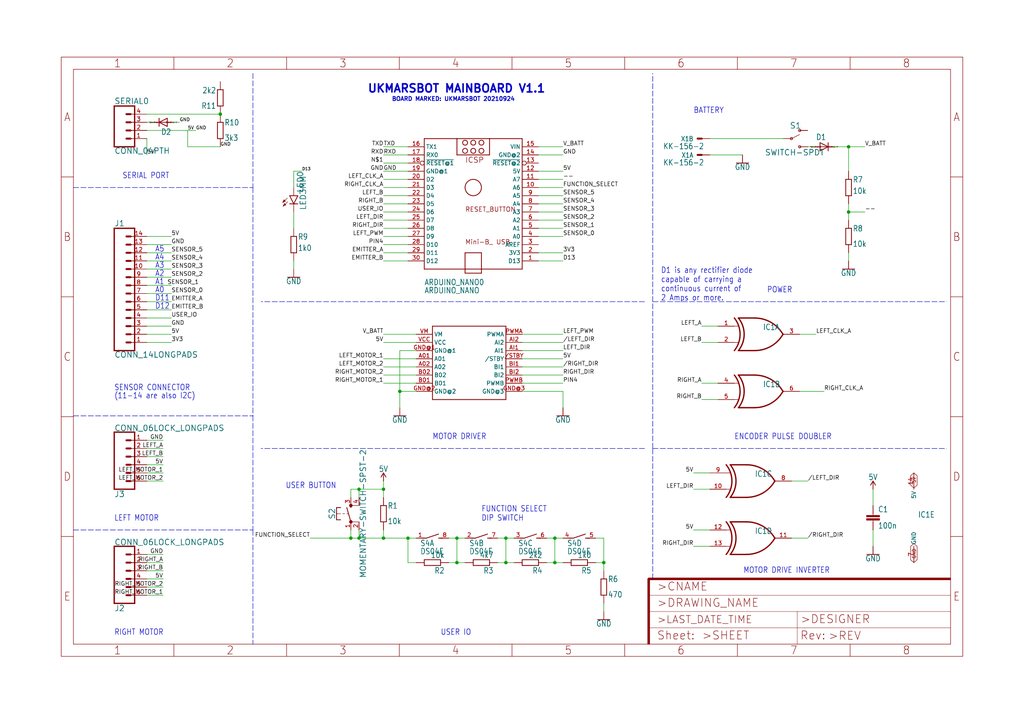
<source format=kicad_sch>
(kicad_sch (version 20211123) (generator eeschema)
  (paper "User" 318.77 225.501)
  (lib_symbols
    (symbol "ukmarsbot-v1.1-eagle-import:1N4004"
      (property "Reference" "D" (at 2.54 0.4826 0))
      (property "Value" "1N4004" (at 2.54 -2.3114 0))
      (symbol "1N4004_1_0"
        (text "SpiceOrder 1" (at -2.54 0 0) (effects (font (size 0.4064 0.3454))))
        (text "SpiceOrder 2" (at 2.54 0 0) (effects (font (size 0.4064 0.3454))))
        (pin passive line (at -2.54 0 0) (length 2.54) (name "A") (number "A"))
        (pin passive line (at 2.54 0 180) (length 2.54) (name "C") (number "C"))
      )
    )
    (symbol "ukmarsbot-v1.1-eagle-import:1N5060GP"
      (property "Reference" "D" (at 2.54 0.4826 0))
      (property "Value" "1N5060GP" (at 2.54 -2.3114 0))
      (symbol "1N5060GP_1_0"
        (text "SpiceOrder 1" (at -2.54 0 0) (effects (font (size 0.4064 0.3454))))
        (text "SpiceOrder 2" (at 2.54 0 0) (effects (font (size 0.4064 0.3454))))
        (pin passive line (at -2.54 0 0) (length 2.54) (name "A") (number "A"))
        (pin passive line (at 2.54 0 180) (length 2.54) (name "C") (number "C"))
      )
    )
    (symbol "ukmarsbot-v1.1-eagle-import:5V" (power)
      (property "Value" "5V" (at 0 2.794 0))
      (symbol "5V_1_0"
        (pin power_in line (at 0 0 90) (length 2.54) (name "5V") (number "1"))
      )
    )
    (symbol "ukmarsbot-v1.1-eagle-import:7486N"
      (property "Reference" "IC" (at 1.27 1.27 0))
      (symbol "7486N_1_0"
        (pin input line (at -12.7 2.54 0) (length 5.08) (name "I0") (number "1"))
        (pin input line (at -12.7 -2.54 0) (length 5.08) (name "I1") (number "2"))
        (pin output line (at 12.7 0 180) (length 5.08) (name "O") (number "3"))
      )
      (symbol "7486N_2_0"
        (pin input line (at -12.7 2.54 0) (length 5.08) (name "I0") (number "4"))
        (pin input line (at -12.7 -2.54 0) (length 5.08) (name "I1") (number "5"))
        (pin output line (at 12.7 0 180) (length 5.08) (name "O") (number "6"))
      )
      (symbol "7486N_3_0"
        (pin input line (at -12.7 -2.54 0) (length 5.08) (name "I1") (number "10"))
        (pin output line (at 12.7 0 180) (length 5.08) (name "O") (number "8"))
        (pin input line (at -12.7 2.54 0) (length 5.08) (name "I0") (number "9"))
      )
      (symbol "7486N_4_0"
        (pin output line (at 12.7 0 180) (length 5.08) (name "O") (number "11"))
        (pin input line (at -12.7 2.54 0) (length 5.08) (name "I0") (number "12"))
        (pin input line (at -12.7 -2.54 0) (length 5.08) (name "I1") (number "13"))
      )
      (symbol "7486N_5_0"
        (pin power_in line (at 0 15.24 270) (length 5.08) (name "5V") (number "14"))
        (pin power_in line (at 0 -12.7 90) (length 5.08) (name "GND") (number "7"))
      )
    )
    (symbol "ukmarsbot-v1.1-eagle-import:ARDUINO_NANO"
      (property "Reference" "ARDUINO_NANO" (at -15.24 -30.48 0))
      (property "Value" "ARDUINO_NANO" (at -15.24 -33.02 0))
      (symbol "ARDUINO_NANO_1_0"
        (text "ICSP" (at -2.54 7.62 0) (effects (font (size 1.6764 1.6764)) (justify left bottom)))
        (text "Mini-B_ USB" (at -2.54 -17.78 0) (effects (font (size 1.4224 1.4224)) (justify left bottom)))
        (text "RESET_BUTTON" (at -2.54 -7.62 0) (effects (font (size 1.4224 1.4224)) (justify left bottom)))
        (pin bidirectional line (at 20.32 -22.86 180) (length 5.08) (name "D13") (number "1"))
        (pin bidirectional line (at 20.32 0 180) (length 5.08) (name "A6") (number "10"))
        (pin bidirectional line (at 20.32 2.54 180) (length 5.08) (name "A7") (number "11"))
        (pin power_in line (at 20.32 5.08 180) (length 5.08) (name "5V") (number "12"))
        (pin input inverted (at 20.32 7.62 180) (length 5.08) (name "~{RESET@2}") (number "13"))
        (pin power_in line (at 20.32 10.16 180) (length 5.08) (name "GND@2") (number "14"))
        (pin power_in line (at 20.32 12.7 180) (length 5.08) (name "VIN") (number "15"))
        (pin bidirectional line (at -20.32 12.7 0) (length 5.08) (name "TX1") (number "16"))
        (pin bidirectional line (at -20.32 10.16 0) (length 5.08) (name "RX0") (number "17"))
        (pin input inverted (at -20.32 7.62 0) (length 5.08) (name "~{RESET@1}") (number "18"))
        (pin power_in line (at -20.32 5.08 0) (length 5.08) (name "GND@1") (number "19"))
        (pin output line (at 20.32 -20.32 180) (length 5.08) (name "3V3") (number "2"))
        (pin bidirectional line (at -20.32 2.54 0) (length 5.08) (name "D2") (number "20"))
        (pin bidirectional line (at -20.32 0 0) (length 5.08) (name "D3") (number "21"))
        (pin bidirectional line (at -20.32 -2.54 0) (length 5.08) (name "D4") (number "22"))
        (pin bidirectional line (at -20.32 -5.08 0) (length 5.08) (name "D5") (number "23"))
        (pin bidirectional line (at -20.32 -7.62 0) (length 5.08) (name "D6") (number "24"))
        (pin bidirectional line (at -20.32 -10.16 0) (length 5.08) (name "D7") (number "25"))
        (pin bidirectional line (at -20.32 -12.7 0) (length 5.08) (name "D8") (number "26"))
        (pin bidirectional line (at -20.32 -15.24 0) (length 5.08) (name "D9") (number "27"))
        (pin bidirectional line (at -20.32 -17.78 0) (length 5.08) (name "D10") (number "28"))
        (pin bidirectional line (at -20.32 -20.32 0) (length 5.08) (name "D11") (number "29"))
        (pin input line (at 20.32 -17.78 180) (length 5.08) (name "AREF") (number "3"))
        (pin bidirectional line (at -20.32 -22.86 0) (length 5.08) (name "D12") (number "30"))
        (pin bidirectional line (at 20.32 -15.24 180) (length 5.08) (name "A0") (number "4"))
        (pin bidirectional line (at 20.32 -12.7 180) (length 5.08) (name "A1") (number "5"))
        (pin bidirectional line (at 20.32 -10.16 180) (length 5.08) (name "A2") (number "6"))
        (pin bidirectional line (at 20.32 -7.62 180) (length 5.08) (name "A3") (number "7"))
        (pin bidirectional line (at 20.32 -5.08 180) (length 5.08) (name "A4") (number "8"))
        (pin bidirectional line (at 20.32 -2.54 180) (length 5.08) (name "A5") (number "9"))
      )
    )
    (symbol "ukmarsbot-v1.1-eagle-import:C-EU025-025X050"
      (property "Reference" "C" (at 1.524 0.381 0))
      (property "Value" "C-EU025-025X050" (at 1.524 -4.699 0))
      (symbol "C-EU025-025X050_1_0"
        (pin passive line (at 0 2.54 270) (length 2.54) (name "1") (number "1"))
        (pin passive line (at 0 -5.08 90) (length 2.54) (name "2") (number "2"))
      )
    )
    (symbol "ukmarsbot-v1.1-eagle-import:CONN_04PTH"
      (property "Reference" "J" (at -5.08 8.128 0))
      (property "Value" "CONN_04PTH" (at -5.08 -7.366 0))
      (symbol "CONN_04PTH_1_0"
        (pin passive line (at 5.08 -2.54 180) (length 5.08) (name "1") (number "1"))
        (pin passive line (at 5.08 0 180) (length 5.08) (name "2") (number "2"))
        (pin passive line (at 5.08 2.54 180) (length 5.08) (name "3") (number "3"))
        (pin passive line (at 5.08 5.08 180) (length 5.08) (name "4") (number "4"))
      )
    )
    (symbol "ukmarsbot-v1.1-eagle-import:CONN_06LOCK_LONGPADS"
      (property "Reference" "J" (at -5.08 10.668 0))
      (property "Value" "CONN_06LOCK_LONGPADS" (at -5.08 -9.906 0))
      (symbol "CONN_06LOCK_LONGPADS_1_0"
        (pin passive line (at 5.08 -5.08 180) (length 5.08) (name "1") (number "1"))
        (pin passive line (at 5.08 -2.54 180) (length 5.08) (name "2") (number "2"))
        (pin passive line (at 5.08 0 180) (length 5.08) (name "3") (number "3"))
        (pin passive line (at 5.08 2.54 180) (length 5.08) (name "4") (number "4"))
        (pin passive line (at 5.08 5.08 180) (length 5.08) (name "5") (number "5"))
        (pin passive line (at 5.08 7.62 180) (length 5.08) (name "6") (number "6"))
      )
    )
    (symbol "ukmarsbot-v1.1-eagle-import:CONN_14LONGPADS"
      (property "Reference" "J" (at 0 18.288 0))
      (property "Value" "CONN_14LONGPADS" (at 0 -22.606 0))
      (symbol "CONN_14LONGPADS_1_0"
        (pin passive line (at 10.16 -17.78 180) (length 5.08) (name "1") (number "1"))
        (pin passive line (at 10.16 5.08 180) (length 5.08) (name "10") (number "10"))
        (pin passive line (at 10.16 7.62 180) (length 5.08) (name "11") (number "11"))
        (pin passive line (at 10.16 10.16 180) (length 5.08) (name "12") (number "12"))
        (pin passive line (at 10.16 12.7 180) (length 5.08) (name "13") (number "13"))
        (pin passive line (at 10.16 15.24 180) (length 5.08) (name "14") (number "14"))
        (pin passive line (at 10.16 -15.24 180) (length 5.08) (name "2") (number "2"))
        (pin passive line (at 10.16 -12.7 180) (length 5.08) (name "3") (number "3"))
        (pin passive line (at 10.16 -10.16 180) (length 5.08) (name "4") (number "4"))
        (pin passive line (at 10.16 -7.62 180) (length 5.08) (name "5") (number "5"))
        (pin passive line (at 10.16 -5.08 180) (length 5.08) (name "6") (number "6"))
        (pin passive line (at 10.16 -2.54 180) (length 5.08) (name "7") (number "7"))
        (pin passive line (at 10.16 0 180) (length 5.08) (name "8") (number "8"))
        (pin passive line (at 10.16 2.54 180) (length 5.08) (name "9") (number "9"))
      )
    )
    (symbol "ukmarsbot-v1.1-eagle-import:DS04E"
      (property "Reference" "S" (at 2.54 -3.81 90))
      (property "Value" "DS04E" (at 5.08 -3.81 90))
      (symbol "DS04E_1_0"
        (pin passive line (at 0 -5.08 90) (length 2.54) (name "1") (number "1"))
        (pin passive line (at 0 5.08 270) (length 2.54) (name "2") (number "8"))
      )
      (symbol "DS04E_2_0"
        (pin passive line (at 0 -5.08 90) (length 2.54) (name "1") (number "2"))
        (pin passive line (at 0 5.08 270) (length 2.54) (name "2") (number "7"))
      )
      (symbol "DS04E_3_0"
        (pin passive line (at 0 -5.08 90) (length 2.54) (name "1") (number "3"))
        (pin passive line (at 0 5.08 270) (length 2.54) (name "2") (number "6"))
      )
      (symbol "DS04E_4_0"
        (pin passive line (at 0 -5.08 90) (length 2.54) (name "1") (number "4"))
        (pin passive line (at 0 5.08 270) (length 2.54) (name "2") (number "5"))
      )
    )
    (symbol "ukmarsbot-v1.1-eagle-import:FRAME-A4L"
      (symbol "FRAME-A4L_0_0"
        (text "1" (at 13.7319 -1.905 0) (effects (font (size 2.54 2.286))))
        (text "1" (at 13.7319 180.975 0) (effects (font (size 2.54 2.286))))
        (text "2" (at 48.8156 -1.905 0) (effects (font (size 2.54 2.286))))
        (text "2" (at 48.8156 180.975 0) (effects (font (size 2.54 2.286))))
        (text "3" (at 83.8994 -1.905 0) (effects (font (size 2.54 2.286))))
        (text "3" (at 83.8994 180.975 0) (effects (font (size 2.54 2.286))))
        (text "4" (at 118.9831 -1.905 0) (effects (font (size 2.54 2.286))))
        (text "4" (at 118.9831 180.975 0) (effects (font (size 2.54 2.286))))
        (text "5" (at 154.0669 -1.905 0) (effects (font (size 2.54 2.286))))
        (text "5" (at 154.0669 180.975 0) (effects (font (size 2.54 2.286))))
        (text "6" (at 189.1506 -1.905 0) (effects (font (size 2.54 2.286))))
        (text "6" (at 189.1506 180.975 0) (effects (font (size 2.54 2.286))))
        (text "7" (at 224.2344 -1.905 0) (effects (font (size 2.54 2.286))))
        (text "7" (at 224.2344 180.975 0) (effects (font (size 2.54 2.286))))
        (text "8" (at 259.3181 -1.905 0) (effects (font (size 2.54 2.286))))
        (text "8" (at 259.3181 180.975 0) (effects (font (size 2.54 2.286))))
        (text "A" (at -1.905 164.211 0) (effects (font (size 2.54 2.286))))
        (text "A" (at 274.955 164.211 0) (effects (font (size 2.54 2.286))))
        (text "B" (at -1.905 126.873 0) (effects (font (size 2.54 2.286))))
        (text "B" (at 274.955 126.873 0) (effects (font (size 2.54 2.286))))
        (text "C" (at -1.905 89.535 0) (effects (font (size 2.54 2.286))))
        (text "C" (at 274.955 89.535 0) (effects (font (size 2.54 2.286))))
        (text "D" (at -1.905 52.197 0) (effects (font (size 2.54 2.286))))
        (text "D" (at 274.955 52.197 0) (effects (font (size 2.54 2.286))))
        (text "E" (at -1.905 14.859 0) (effects (font (size 2.54 2.286))))
        (text "E" (at 274.955 14.859 0) (effects (font (size 2.54 2.286))))
      )
      (symbol "FRAME-A4L_1_0"
        (text ">CNAME" (at 181.61 16.51 0) (effects (font (size 2.54 2.54)) (justify left bottom)))
        (text ">DESIGNER" (at 226.26 6.35 0) (effects (font (size 2.54 2.54)) (justify left bottom)))
        (text ">DRAWING_NAME" (at 181.61 11.43 0) (effects (font (size 2.54 2.54)) (justify left bottom)))
        (text ">LAST_DATE_TIME" (at 181.61 6.35 0) (effects (font (size 2.286 2.286)) (justify left bottom)))
        (text ">REV" (at 234.92 1.17 0) (effects (font (size 2.54 2.54)) (justify left bottom)))
        (text ">SHEET" (at 195.58 1.27 0) (effects (font (size 2.54 2.54)) (justify left bottom)))
        (text "Rev:" (at 226.16 1.27 0) (effects (font (size 2.54 2.54)) (justify left bottom)))
        (text "Sheet:" (at 181.61 1.27 0) (effects (font (size 2.54 2.54)) (justify left bottom)))
      )
    )
    (symbol "ukmarsbot-v1.1-eagle-import:GND" (power)
      (property "Value" "GND" (at 0 -0.254 0))
      (symbol "GND_1_0"
        (pin power_in line (at 0 2.54 270) (length 2.54) (name "GND") (number "1"))
      )
    )
    (symbol "ukmarsbot-v1.1-eagle-import:KK-156-2"
      (property "Reference" "X" (at 2.54 -0.762 0))
      (property "Value" "KK-156-2" (at -0.762 1.397 0))
      (symbol "KK-156-2_1_0"
        (pin passive line (at -2.54 0 0) (length 2.54) (name "S") (number "1"))
      )
      (symbol "KK-156-2_2_0"
        (pin passive line (at -2.54 0 0) (length 2.54) (name "S") (number "2"))
      )
    )
    (symbol "ukmarsbot-v1.1-eagle-import:LED3MM"
      (property "Reference" "LED" (at -3.429 -4.572 90))
      (property "Value" "LED3MM" (at 1.905 -4.572 90))
      (symbol "LED3MM_1_0"
        (pin passive line (at 0 2.54 270) (length 2.54) (name "A") (number "A"))
        (pin passive line (at 0 -5.08 90) (length 2.54) (name "C") (number "K"))
      )
    )
    (symbol "ukmarsbot-v1.1-eagle-import:MOMENTARY-SWITCH-SPST-2"
      (property "Reference" "S" (at 0 4.826 0))
      (property "Value" "MOMENTARY-SWITCH-SPST-2" (at 0 -2.794 0))
      (symbol "MOMENTARY-SWITCH-SPST-2_1_0"
        (pin passive line (at -5.08 0 0) (length 2.54) (name "1") (number "1"))
        (pin passive line (at -5.08 -2.54 0) (length 2.54) (name "2") (number "2"))
        (pin passive line (at 5.08 0 180) (length 2.54) (name "3") (number "3"))
        (pin passive line (at 5.08 -2.54 180) (length 2.54) (name "4") (number "4"))
      )
    )
    (symbol "ukmarsbot-v1.1-eagle-import:R-EU_0204{slash}7"
      (property "Reference" "R" (at -3.81 1.4986 0))
      (property "Value" "R-EU_0204{slash}7" (at -3.81 -3.302 0))
      (symbol "R-EU_0204{slash}7_1_0"
        (pin passive line (at -5.08 0 0) (length 2.54) (name "1") (number "1"))
        (pin passive line (at 5.08 0 180) (length 2.54) (name "2") (number "2"))
      )
    )
    (symbol "ukmarsbot-v1.1-eagle-import:R-EU_02O4{slash}7BIGPAD"
      (property "Reference" "R" (at -3.81 1.4986 0))
      (property "Value" "R-EU_02O4{slash}7BIGPAD" (at -3.81 -3.302 0))
      (symbol "R-EU_02O4{slash}7BIGPAD_1_0"
        (pin passive line (at -5.08 0 0) (length 2.54) (name "1") (number "1"))
        (pin passive line (at 5.08 0 180) (length 2.54) (name "2") (number "2"))
      )
    )
    (symbol "ukmarsbot-v1.1-eagle-import:SPARKFUN-TB6612FNG"
      (symbol "SPARKFUN-TB6612FNG_1_0"
        (pin bidirectional line (at 12.7 5.08 180) (length 5.08) (name "/STBY") (number "/STBY"))
        (pin bidirectional line (at -20.32 5.08 0) (length 5.08) (name "A01") (number "A01"))
        (pin bidirectional line (at -20.32 2.54 0) (length 5.08) (name "A02") (number "A02"))
        (pin bidirectional line (at 12.7 7.62 180) (length 5.08) (name "AI1") (number "AI1"))
        (pin bidirectional line (at 12.7 10.16 180) (length 5.08) (name "AI2") (number "AI2"))
        (pin bidirectional line (at -20.32 -2.54 0) (length 5.08) (name "B01") (number "B01"))
        (pin bidirectional line (at -20.32 0 0) (length 5.08) (name "B02") (number "B02"))
        (pin bidirectional line (at 12.7 2.54 180) (length 5.08) (name "BI1") (number "BI1"))
        (pin bidirectional line (at 12.7 0 180) (length 5.08) (name "BI2") (number "BI2"))
        (pin bidirectional line (at -20.32 7.62 0) (length 5.08) (name "GND@1") (number "GND@1"))
        (pin bidirectional line (at -20.32 -5.08 0) (length 5.08) (name "GND@2") (number "GND@2"))
        (pin bidirectional line (at 12.7 -5.08 180) (length 5.08) (name "GND@3") (number "GND@3"))
        (pin bidirectional line (at 12.7 12.7 180) (length 5.08) (name "PWMA") (number "PWMA"))
        (pin bidirectional line (at 12.7 -2.54 180) (length 5.08) (name "PWMB") (number "PWMB"))
        (pin bidirectional line (at -20.32 10.16 0) (length 5.08) (name "VCC") (number "VCC"))
        (pin bidirectional line (at -20.32 12.7 0) (length 5.08) (name "VM") (number "VM"))
      )
    )
    (symbol "ukmarsbot-v1.1-eagle-import:SWITCH-SPDT-PTH-11.6X4.0MM-KIT"
      (property "Reference" "S" (at 1.27 3.048 0))
      (property "Value" "SWITCH-SPDT-PTH-11.6X4.0MM-KIT" (at 1.016 -3.302 0))
      (symbol "SWITCH-SPDT-PTH-11.6X4.0MM-KIT_1_0"
        (pin passive line (at 5.08 2.54 180) (length 2.54) (name "O") (number "1"))
        (pin passive line (at -2.54 0 0) (length 2.54) (name "P") (number "2"))
        (pin passive line (at 5.08 -2.54 180) (length 2.54) (name "S") (number "3"))
      )
    )
  )
  (junction (at 142.24 175.26))
  (junction (at 172.72 175.26))
  (junction (at 119.38 152.4))
  (junction (at 109.22 167.64))
  (junction (at 124.46 121.92))
  (junction (at 172.72 167.64))
  (junction (at 157.48 175.26))
  (junction (at 157.48 167.64))
  (junction (at 119.38 167.64))
  (junction (at 127 167.64))
  (junction (at 142.24 167.64))
  (junction (at 264.16 66.04))
  (junction (at 187.96 175.26))
  (junction (at 264.16 45.72))
  (junction (at 111.76 167.64))
  (junction (at 68.58 35.56))
  (junction (at 111.76 152.4))
  (wire (pts (xy 111.76 152.4) (xy 111.76 154.94)))
  (wire (pts (xy 264.16 66.04) (xy 269.24 66.04)))
  (wire (pts (xy 119.38 167.64) (xy 127 167.64)))
  (wire (pts (xy 220.98 170.18) (xy 215.9 170.18)))
  (wire (pts (xy 91.44 53.34) (xy 93.98 53.34)))
  (wire (pts (xy 220.98 147.32) (xy 215.9 147.32)))
  (wire (pts (xy 157.48 167.64) (xy 157.48 175.26)))
  (wire (pts (xy 127 53.34) (xy 119.38 53.34)))
  (wire (pts (xy 271.78 157.48) (xy 271.78 152.4)))
  (wire (pts (xy 119.38 149.86) (xy 119.38 152.4)))
  (wire (pts (xy 187.96 167.64) (xy 187.96 175.26)))
  (wire (pts (xy 167.64 58.42) (xy 175.26 58.42)))
  (wire (pts (xy 167.64 71.12) (xy 175.26 71.12)))
  (wire (pts (xy 231.14 48.26) (xy 220.98 48.26)))
  (wire (pts (xy 157.48 167.64) (xy 160.02 167.64)))
  (wire (pts (xy 45.72 43.18) (xy 45.72 48.26)))
  (wire (pts (xy 45.72 86.36) (xy 53.34 86.36)))
  (wire (pts (xy 167.64 63.5) (xy 175.26 63.5)))
  (wire (pts (xy 45.72 106.68) (xy 53.34 106.68)))
  (wire (pts (xy 96.52 167.64) (xy 109.22 167.64)))
  (wire (pts (xy 124.46 121.92) (xy 124.46 127)))
  (wire (pts (xy 127 45.72) (xy 119.38 45.72)))
  (wire (pts (xy 172.72 175.26) (xy 175.26 175.26)))
  (wire (pts (xy 45.72 180.34) (xy 50.8 180.34)))
  (polyline (pts (xy 203.2 180.34) (xy 203.2 139.7)))
  (wire (pts (xy 264.16 53.34) (xy 264.16 45.72)))
  (wire (pts (xy 45.72 182.88) (xy 50.8 182.88)))
  (wire (pts (xy 167.64 81.28) (xy 175.26 81.28)))
  (wire (pts (xy 129.54 114.3) (xy 119.38 114.3)))
  (wire (pts (xy 91.44 81.28) (xy 91.44 83.82)))
  (wire (pts (xy 127 66.04) (xy 119.38 66.04)))
  (wire (pts (xy 162.56 119.38) (xy 175.26 119.38)))
  (wire (pts (xy 45.72 175.26) (xy 50.8 175.26)))
  (wire (pts (xy 167.64 68.58) (xy 175.26 68.58)))
  (wire (pts (xy 251.46 45.72) (xy 254 45.72)))
  (wire (pts (xy 246.38 149.86) (xy 251.46 149.86)))
  (wire (pts (xy 91.44 66.04) (xy 91.44 71.12)))
  (wire (pts (xy 139.7 167.64) (xy 142.24 167.64)))
  (wire (pts (xy 223.52 119.38) (xy 218.44 119.38)))
  (wire (pts (xy 119.38 50.8) (xy 127 50.8)))
  (wire (pts (xy 129.54 119.38) (xy 119.38 119.38)))
  (wire (pts (xy 167.64 78.74) (xy 175.26 78.74)))
  (wire (pts (xy 167.64 48.26) (xy 175.26 48.26)))
  (wire (pts (xy 167.64 45.72) (xy 175.26 45.72)))
  (polyline (pts (xy 78.74 165.1) (xy 78.74 200.66)))
  (wire (pts (xy 45.72 147.32) (xy 50.8 147.32)))
  (wire (pts (xy 55.88 38.1) (xy 53.34 38.1)))
  (wire (pts (xy 45.72 139.7) (xy 50.8 139.7)))
  (wire (pts (xy 271.78 165.1) (xy 271.78 170.18)))
  (wire (pts (xy 162.56 109.22) (xy 175.26 109.22)))
  (wire (pts (xy 264.16 68.58) (xy 264.16 66.04)))
  (wire (pts (xy 127 78.74) (xy 119.38 78.74)))
  (polyline (pts (xy 78.74 58.42) (xy 78.74 129.54)))
  (wire (pts (xy 154.94 175.26) (xy 157.48 175.26)))
  (polyline (pts (xy 22.86 58.42) (xy 78.74 58.42)))
  (wire (pts (xy 129.54 106.68) (xy 119.38 106.68)))
  (wire (pts (xy 139.7 175.26) (xy 142.24 175.26)))
  (polyline (pts (xy 203.2 93.98) (xy 203.2 22.86)))
  (wire (pts (xy 170.18 175.26) (xy 172.72 175.26)))
  (wire (pts (xy 172.72 167.64) (xy 172.72 175.26)))
  (wire (pts (xy 142.24 167.64) (xy 144.78 167.64)))
  (wire (pts (xy 45.72 73.66) (xy 53.34 73.66)))
  (wire (pts (xy 127 48.26) (xy 119.38 48.26)))
  (wire (pts (xy 45.72 137.16) (xy 50.8 137.16)))
  (wire (pts (xy 175.26 121.92) (xy 175.26 127)))
  (polyline (pts (xy 22.86 129.54) (xy 78.74 129.54)))
  (wire (pts (xy 167.64 53.34) (xy 175.26 53.34)))
  (polyline (pts (xy 203.2 139.7) (xy 203.2 93.98)))
  (wire (pts (xy 119.38 152.4) (xy 119.38 154.94)))
  (wire (pts (xy 220.98 43.18) (xy 243.84 43.18)))
  (wire (pts (xy 223.52 101.6) (xy 218.44 101.6)))
  (wire (pts (xy 142.24 167.64) (xy 142.24 175.26)))
  (wire (pts (xy 129.54 121.92) (xy 124.46 121.92)))
  (wire (pts (xy 127 76.2) (xy 119.38 76.2)))
  (wire (pts (xy 185.42 175.26) (xy 187.96 175.26)))
  (polyline (pts (xy 203.2 139.7) (xy 294.64 139.7)))
  (wire (pts (xy 220.98 152.4) (xy 215.9 152.4)))
  (wire (pts (xy 45.72 142.24) (xy 50.8 142.24)))
  (wire (pts (xy 127 73.66) (xy 119.38 73.66)))
  (polyline (pts (xy 200.66 93.98) (xy 81.28 93.98)))
  (wire (pts (xy 127 175.26) (xy 129.54 175.26)))
  (wire (pts (xy 246.38 167.64) (xy 251.46 167.64)))
  (wire (pts (xy 45.72 81.28) (xy 53.34 81.28)))
  (wire (pts (xy 45.72 76.2) (xy 53.34 76.2)))
  (wire (pts (xy 172.72 167.64) (xy 175.26 167.64)))
  (wire (pts (xy 167.64 60.96) (xy 175.26 60.96)))
  (wire (pts (xy 162.56 116.84) (xy 175.26 116.84)))
  (wire (pts (xy 45.72 83.82) (xy 53.34 83.82)))
  (wire (pts (xy 111.76 165.1) (xy 111.76 167.64)))
  (wire (pts (xy 91.44 53.34) (xy 91.44 58.42)))
  (wire (pts (xy 109.22 165.1) (xy 109.22 167.64)))
  (wire (pts (xy 170.18 167.64) (xy 172.72 167.64)))
  (wire (pts (xy 129.54 104.14) (xy 119.38 104.14)))
  (wire (pts (xy 129.54 116.84) (xy 119.38 116.84)))
  (wire (pts (xy 127 167.64) (xy 129.54 167.64)))
  (wire (pts (xy 129.54 109.22) (xy 124.46 109.22)))
  (wire (pts (xy 45.72 172.72) (xy 50.8 172.72)))
  (wire (pts (xy 45.72 93.98) (xy 53.34 93.98)))
  (wire (pts (xy 264.16 45.72) (xy 269.24 45.72)))
  (wire (pts (xy 154.94 167.64) (xy 157.48 167.64)))
  (wire (pts (xy 167.64 73.66) (xy 175.26 73.66)))
  (wire (pts (xy 187.96 175.26) (xy 187.96 177.8)))
  (wire (pts (xy 45.72 96.52) (xy 53.34 96.52)))
  (polyline (pts (xy 203.2 93.98) (xy 294.64 93.98)))
  (wire (pts (xy 109.22 154.94) (xy 109.22 152.4)))
  (polyline (pts (xy 200.66 139.7) (xy 81.28 139.7)))
  (wire (pts (xy 111.76 167.64) (xy 119.38 167.64)))
  (wire (pts (xy 60.96 40.64) (xy 45.72 40.64)))
  (wire (pts (xy 127 58.42) (xy 119.38 58.42)))
  (wire (pts (xy 185.42 167.64) (xy 187.96 167.64)))
  (wire (pts (xy 45.72 144.78) (xy 50.8 144.78)))
  (wire (pts (xy 127 81.28) (xy 119.38 81.28)))
  (wire (pts (xy 119.38 165.1) (xy 119.38 167.64)))
  (wire (pts (xy 162.56 121.92) (xy 175.26 121.92)))
  (wire (pts (xy 223.52 106.68) (xy 218.44 106.68)))
  (polyline (pts (xy 78.74 22.86) (xy 78.74 58.42)))
  (wire (pts (xy 111.76 152.4) (xy 119.38 152.4)))
  (wire (pts (xy 45.72 149.86) (xy 50.8 149.86)))
  (polyline (pts (xy 78.74 129.54) (xy 78.74 165.1)))
  (wire (pts (xy 45.72 177.8) (xy 50.8 177.8)))
  (wire (pts (xy 45.72 104.14) (xy 53.34 104.14)))
  (wire (pts (xy 45.72 101.6) (xy 53.34 101.6)))
  (wire (pts (xy 48.26 38.1) (xy 45.72 38.1)))
  (wire (pts (xy 248.92 121.92) (xy 256.54 121.92)))
  (wire (pts (xy 264.16 66.04) (xy 264.16 63.5)))
  (wire (pts (xy 45.72 91.44) (xy 53.34 91.44)))
  (wire (pts (xy 45.72 88.9) (xy 53.34 88.9)))
  (wire (pts (xy 127 55.88) (xy 119.38 55.88)))
  (wire (pts (xy 109.22 167.64) (xy 111.76 167.64)))
  (wire (pts (xy 127 71.12) (xy 119.38 71.12)))
  (wire (pts (xy 127 167.64) (xy 127 175.26)))
  (wire (pts (xy 127 60.96) (xy 119.38 60.96)))
  (wire (pts (xy 162.56 114.3) (xy 175.26 114.3)))
  (wire (pts (xy 157.48 175.26) (xy 160.02 175.26)))
  (wire (pts (xy 162.56 104.14) (xy 175.26 104.14)))
  (wire (pts (xy 124.46 109.22) (xy 124.46 121.92)))
  (wire (pts (xy 187.96 187.96) (xy 187.96 190.5)))
  (wire (pts (xy 127 63.5) (xy 119.38 63.5)))
  (wire (pts (xy 223.52 124.46) (xy 218.44 124.46)))
  (wire (pts (xy 45.72 99.06) (xy 53.34 99.06)))
  (wire (pts (xy 142.24 175.26) (xy 144.78 175.26)))
  (wire (pts (xy 45.72 185.42) (xy 50.8 185.42)))
  (wire (pts (xy 264.16 81.28) (xy 264.16 78.74)))
  (wire (pts (xy 167.64 66.04) (xy 175.26 66.04)))
  (wire (pts (xy 45.72 78.74) (xy 53.34 78.74)))
  (wire (pts (xy 58.42 40.64) (xy 58.42 45.72)))
  (wire (pts (xy 162.56 111.76) (xy 175.26 111.76)))
  (wire (pts (xy 162.56 106.68) (xy 175.26 106.68)))
  (wire (pts (xy 127 68.58) (xy 119.38 68.58)))
  (wire (pts (xy 68.58 35.56) (xy 45.72 35.56)))
  (wire (pts (xy 68.58 45.72) (xy 58.42 45.72)))
  (wire (pts (xy 248.92 104.14) (xy 254 104.14)))
  (wire (pts (xy 259.08 45.72) (xy 264.16 45.72)))
  (wire (pts (xy 220.98 165.1) (xy 215.9 165.1)))
  (wire (pts (xy 167.64 55.88) (xy 175.26 55.88)))
  (wire (pts (xy 109.22 152.4) (xy 111.76 152.4)))
  (polyline (pts (xy 22.86 165.1) (xy 78.74 165.1)))
  (wire (pts (xy 129.54 111.76) (xy 119.38 111.76)))
  (text "USER BUTTON" (at 88.9 152.4 180) (effects (font (size 1.778 1.5113)) (justify left bottom)))
  (text "MOTOR DRIVER" (at 134.62 137.16 180) (effects (font (size 1.778 1.5113)) (justify left bottom)))
  (text "MOTOR DRIVE INVERTER" (at 231.394 178.816 180) (effects (font (size 1.778 1.5113)) (justify left bottom)))
  (text "LEFT MOTOR" (at 35.56 162.56 180) (effects (font (size 1.778 1.5113)) (justify left bottom)))
  (text "D1 is any rectifier diode\ncapable of carrying a\ncontinuous current of\n2 Amps or more." (at 205.74 93.98 0) (effects (font (size 1.778 1.5113)) (justify left bottom)))
  (text "(11-14 are also I2C)" (at 35.56 124.46 180) (effects (font (size 1.778 1.5113)) (justify left bottom)))
  (text "USER IO" (at 137.16 198.12 180) (effects (font (size 1.778 1.5113)) (justify left bottom)))
  (text "A2" (at 48.26 86.36 180) (effects (font (size 1.778 1.5113)) (justify left bottom)))
  (text "SENSOR CONNECTOR" (at 35.56 121.92 180) (effects (font (size 1.778 1.5113)) (justify left bottom)))
  (text "A5" (at 48.26 78.74 180) (effects (font (size 1.778 1.5113)) (justify left bottom)))
  (text "FUNCTION SELECT\nDIP SWITCH" (at 149.86 162.56 180) (effects (font (size 1.778 1.5113)) (justify left bottom)))
  (text "A0" (at 48.26 91.44 180) (effects (font (size 1.778 1.5113)) (justify left bottom)))
  (text "POWER" (at 238.76 91.44 180) (effects (font (size 1.778 1.5113)) (justify left bottom)))
  (text "BOARD MARKED: UKMARSBOT 20210924" (at 121.92 31.75 0) (effects (font (size 1.27 1.27) bold) (justify left bottom)))
  (text "BATTERY" (at 215.9 35.56 180) (effects (font (size 1.778 1.5113)) (justify left bottom)))
  (text "A4" (at 48.26 81.28 180) (effects (font (size 1.778 1.5113)) (justify left bottom)))
  (text "UKMARSBOT MAINBOARD V1.1" (at 114.3 29.21 0) (effects (font (size 2.5 2.5) (thickness 0.5) bold) (justify left bottom)))
  (text "D11" (at 48.26 93.98 180) (effects (font (size 1.778 1.5113)) (justify left bottom)))
  (text "D12" (at 48.26 96.52 180) (effects (font (size 1.778 1.5113)) (justify left bottom)))
  (text "RIGHT MOTOR" (at 35.56 198.12 180) (effects (font (size 1.778 1.5113)) (justify left bottom)))
  (text "A1" (at 48.26 88.9 180) (effects (font (size 1.778 1.5113)) (justify left bottom)))
  (text "A3" (at 48.26 83.82 180) (effects (font (size 1.778 1.5113)) (justify left bottom)))
  (text "ENCODER PULSE DOUBLER" (at 228.6 137.16 180) (effects (font (size 1.778 1.5113)) (justify left bottom)))
  (text "SERIAL PORT" (at 38.1 55.88 180) (effects (font (size 1.778 1.5113)) (justify left bottom)))
  (label "TXD" (at 119.38 45.72 0))
  (label "LEFT_MOTOR_1" (at 50.8 147.32 180))
  (label "--" (at 269.24 66.04 0))
  (label "FUNCTION_SELECT" (at 175.26 58.42 0))
  (label "RIGHT_MOTOR_1" (at 50.8 185.42 180))
  (label "RIGHT_DIR" (at 119.38 71.12 180))
  (label "LEFT_DIR" (at 119.38 68.58 180))
  (label "FUNCTION_SELECT" (at 96.52 167.64 180))
  (label "5V" (at 119.38 106.68 180))
  (label "GND" (at 53.34 76.2 0))
  (label "GND" (at 53.34 101.6 0))
  (label "GND" (at 68.58 45.72 0) (effects (font (size 1.016 1.016))))
  (label "LEFT_B" (at 119.38 60.96 180))
  (label "D13" (at 93.98 53.34 0) (effects (font (size 0.889 0.889))))
  (label "D13" (at 175.26 81.28 0))
  (label "SENSOR_1" (at 175.26 71.12 0))
  (label "LEFT_CLK_A" (at 254 104.14 0))
  (label "GND" (at 175.26 48.26 0))
  (label "LEFT_A" (at 218.44 101.6 180))
  (label "GND" (at 119.38 53.34 0))
  (label "LEFT_PWM" (at 119.38 73.66 180))
  (label "LEFT_DIR" (at 175.26 109.22 0))
  (label "--" (at 175.26 55.88 0))
  (label "USER_IO" (at 53.34 99.06 0))
  (label "RIGHT_A" (at 50.8 175.26 180))
  (label "/RIGHT_DIR" (at 175.26 114.3 0))
  (label "SENSOR_2" (at 53.34 86.36 0))
  (label "LEFT_DIR" (at 215.9 152.4 180))
  (label "5V" (at 58.42 40.64 0) (effects (font (size 1.016 1.016))))
  (label "LEFT_B" (at 218.44 106.68 180))
  (label "SENSOR_5" (at 175.26 60.96 0))
  (label "SENSOR_0" (at 53.34 91.44 0))
  (label "RXD" (at 119.38 48.26 0))
  (label "3V3" (at 53.34 106.68 0))
  (label "LEFT_MOTOR_1" (at 119.38 111.76 180))
  (label "RIGHT_DIR" (at 215.9 170.18 180))
  (label "5V" (at 45.72 48.26 0))
  (label "RIGHT_A" (at 218.44 119.38 180))
  (label "LEFT_CLK_A" (at 119.38 55.88 180))
  (label "RIGHT_B" (at 119.38 63.5 180))
  (label "/RIGHT_DIR" (at 251.46 167.64 0))
  (label "EMITTER_B" (at 53.34 96.52 0))
  (label "V_BATT" (at 175.26 45.72 0))
  (label "RIGHT_B" (at 218.44 124.46 180))
  (label "5V" (at 53.34 104.14 0))
  (label "EMITTER_B" (at 119.38 81.28 180))
  (label "RIGHT_CLK_A" (at 256.54 121.92 0))
  (label "GND" (at 60.96 40.64 0) (effects (font (size 1.016 1.016))))
  (label "V_BATT" (at 119.38 104.14 180))
  (label "RIGHT_MOTOR_1" (at 119.38 119.38 180))
  (label "SENSOR_0" (at 175.26 73.66 0))
  (label "SENSOR_5" (at 53.34 78.74 0))
  (label "/LEFT_DIR" (at 175.26 106.68 0))
  (label "RIGHT_DIR" (at 175.26 116.84 0))
  (label "EMITTER_A" (at 53.34 93.98 0))
  (label "5V" (at 53.34 73.66 0))
  (label "SENSOR_2" (at 175.26 68.58 0))
  (label "PIN4" (at 175.26 119.38 0))
  (label "LEFT_PWM" (at 175.26 104.14 0))
  (label "V_BATT" (at 269.24 45.72 0))
  (label "5V" (at 175.26 111.76 0))
  (label "EMITTER_A" (at 119.38 78.74 180))
  (label "TXD" (at 119.38 45.72 180))
  (label "RIGHT_B" (at 50.8 177.8 180))
  (label "/LEFT_DIR" (at 251.46 149.86 0))
  (label "RXD" (at 119.38 48.26 180))
  (label "SENSOR_3" (at 53.34 83.82 0))
  (label "3V3" (at 175.26 78.74 0))
  (label "5V" (at 215.9 147.32 180))
  (label "5V" (at 50.8 180.34 180))
  (label "5V" (at 175.26 53.34 0))
  (label "LEFT_B" (at 50.8 142.24 180))
  (label "USER_IO" (at 119.38 66.04 180))
  (label "GND" (at 119.38 53.34 180))
  (label "SENSOR_3" (at 175.26 66.04 0))
  (label "GND" (at 50.8 137.16 180))
  (label "5V" (at 215.9 165.1 180))
  (label "RIGHT_MOTOR_2" (at 50.8 182.88 180))
  (label "LEFT_MOTOR_2" (at 50.8 149.86 180))
  (label "SENSOR_1" (at 52.07 88.9 0))
  (label "SENSOR_4" (at 53.34 81.28 0))
  (label "PIN4" (at 119.38 76.2 180))
  (label "N$1" (at 119.38 50.8 180))
  (label "RIGHT_CLK_A" (at 119.38 58.42 180))
  (label "SENSOR_4" (at 175.26 63.5 0))
  (label "GND" (at 55.88 38.1 0) (effects (font (size 1.016 1.016))))
  (label "LEFT_A" (at 50.8 139.7 180))
  (label "5V" (at 50.8 144.78 180))
  (label "LEFT_MOTOR_2" (at 119.38 114.3 180))
  (label "GND" (at 50.8 172.72 180))
  (label "RIGHT_MOTOR_2" (at 119.38 116.84 180))
  (global_label "GND" (shape bidirectional) (at 284.48 175.26 90) (effects (font (size 1.016 1.016))) (property "Intersheet References" "${INTERSHEET_REFS}" (effects hide)))
  (global_label "5V" (shape bidirectional) (at 284.48 147.32 270) (effects (font (size 1.016 1.016))) (property "Intersheet References" "${INTERSHEET_REFS}" (effects hide)))
  (symbol (lib_id "ukmarsbot-v1.1-eagle-import:CONN_06LOCK_LONGPADS") (at 40.64 142.24 0) (mirror x) (unit 1)
    (property "Reference" "J3" (at 35.56 152.908 0) (effects (font (size 1.778 1.778)) (justify left bottom)))
    (property "Value" "CONN_06LOCK_LONGPADS" (at 35.56 132.334 0) (effects (font (size 1.778 1.778)) (justify left bottom)))
    (property "Footprint" "ukmarsbot-v1.1:1X06_LOCK_LONGPADS" (effects hide))
  )
  (symbol (lib_id "ukmarsbot-v1.1-eagle-import:7486N") (at 284.48 162.56 0) (unit 5)
    (property "Reference" "IC1" (at 285.75 161.29 0) (effects (font (size 1.778 1.5113)) (justify left bottom)))
    (property "Value" "7486N" (effects hide))
    (property "Footprint" "ukmarsbot-v1.1:DIL14" (effects hide))
  )
  (symbol (lib_id "ukmarsbot-v1.1-eagle-import:GND") (at 91.44 86.36 0) (unit 1)
    (property "Reference" "#GND3" (effects hide))
    (property "Value" "GND" (at 91.44 86.614 0) (effects (font (size 1.778 1.5113)) (justify top)))
    (property "Footprint" "ukmarsbot-v1.1:" (effects hide))
  )
  (symbol (lib_id "ukmarsbot-v1.1-eagle-import:GND") (at 264.16 83.82 0) (unit 1)
    (property "Reference" "#GND4" (effects hide))
    (property "Value" "GND" (at 264.16 84.074 0) (effects (font (size 1.778 1.5113)) (justify top)))
    (property "Footprint" "ukmarsbot-v1.1:" (effects hide))
  )
  (symbol (lib_id "ukmarsbot-v1.1-eagle-import:1N4004") (at 50.8 38.1 180) (unit 1)
    (property "Reference" "D2" (at 53.34 40.132 0) (effects (font (size 1.778 1.5113)) (justify left bottom)))
    (property "Value" "1N5401/2/4" (effects hide))
    (property "Footprint" "ukmarsbot-v1.1:DO41-10" (effects hide))
  )
  (symbol (lib_id "ukmarsbot-v1.1-eagle-import:7486N") (at 236.22 104.14 0) (unit 1)
    (property "Reference" "IC1" (at 237.49 102.87 0) (effects (font (size 1.778 1.5113)) (justify left bottom)))
    (property "Value" "7486N" (effects hide))
    (property "Footprint" "ukmarsbot-v1.1:DIL14" (effects hide))
  )
  (symbol (lib_id "ukmarsbot-v1.1-eagle-import:R-EU_0204{slash}7") (at 91.44 76.2 90) (unit 1)
    (property "Reference" "R9" (at 92.71 74.7014 90) (effects (font (size 1.778 1.5113)) (justify right top)))
    (property "Value" "1k0" (at 92.71 78.232 90) (effects (font (size 1.778 1.5113)) (justify right top)))
    (property "Footprint" "ukmarsbot-v1.1:0204_7" (effects hide))
  )
  (symbol (lib_id "ukmarsbot-v1.1-eagle-import:R-EU_0204{slash}7") (at 180.34 175.26 180) (unit 1)
    (property "Reference" "R5" (at 184.15 176.7586 0) (effects (font (size 1.778 1.5113)) (justify left bottom)))
    (property "Value" "1k0" (at 184.15 171.958 0) (effects (font (size 1.778 1.5113)) (justify left bottom)))
    (property "Footprint" "ukmarsbot-v1.1:0204_7" (effects hide))
  )
  (symbol (lib_id "ukmarsbot-v1.1-eagle-import:GND") (at 271.78 172.72 0) (unit 1)
    (property "Reference" "#GND6" (effects hide))
    (property "Value" "GND" (at 271.78 172.974 0) (effects (font (size 1.778 1.5113)) (justify top)))
    (property "Footprint" "ukmarsbot-v1.1:" (effects hide))
  )
  (symbol (lib_id "ukmarsbot-v1.1-eagle-import:R-EU_02O4{slash}7BIGPAD") (at 68.58 30.48 270) (unit 1)
    (property "Reference" "R11" (at 67.31 31.9786 90) (effects (font (size 1.778 1.5113)) (justify right top)))
    (property "Value" "2k2" (at 67.31 27.178 90) (effects (font (size 1.778 1.5113)) (justify right top)))
    (property "Footprint" "ukmarsbot-v1.1:0204_7" (effects hide))
  )
  (symbol (lib_id "ukmarsbot-v1.1-eagle-import:5V") (at 119.38 149.86 0) (unit 1)
    (property "Reference" "#SUPPLY5" (effects hide))
    (property "Value" "5V" (at 119.38 147.066 0) (effects (font (size 1.778 1.5113)) (justify bottom)))
    (property "Footprint" "ukmarsbot-v1.1:" (effects hide))
  )
  (symbol (lib_id "ukmarsbot-v1.1-eagle-import:R-EU_0204{slash}7") (at 264.16 73.66 90) (unit 1)
    (property "Reference" "R8" (at 265.43 72.1614 90) (effects (font (size 1.778 1.5113)) (justify right top)))
    (property "Value" "10k" (at 265.43 76.962 90) (effects (font (size 1.778 1.5113)) (justify right top)))
    (property "Footprint" "ukmarsbot-v1.1:0204_7" (effects hide))
  )
  (symbol (lib_id "ukmarsbot-v1.1-eagle-import:CONN_14LONGPADS") (at 35.56 88.9 0) (unit 1)
    (property "Reference" "J1" (at 35.56 70.612 0) (effects (font (size 1.778 1.778)) (justify left bottom)))
    (property "Value" "CONN_14LONGPADS" (at 35.56 111.506 0) (effects (font (size 1.778 1.778)) (justify left bottom)))
    (property "Footprint" "ukmarsbot-v1.1:1X14-LONGPADS" (effects hide))
  )
  (symbol (lib_id "ukmarsbot-v1.1-eagle-import:1N5060GP") (at 256.54 45.72 0) (unit 1)
    (property "Reference" "D1" (at 254 43.688 0) (effects (font (size 1.778 1.5113)) (justify left bottom)))
    (property "Value" "1N5401/2/4" (effects hide))
    (property "Footprint" "ukmarsbot-v1.1:DO15-12" (effects hide))
  )
  (symbol (lib_id "ukmarsbot-v1.1-eagle-import:R-EU_0204{slash}7") (at 149.86 175.26 180) (unit 1)
    (property "Reference" "R3" (at 153.67 176.7586 0) (effects (font (size 1.778 1.5113)) (justify left bottom)))
    (property "Value" "4k7" (at 153.67 171.958 0) (effects (font (size 1.778 1.5113)) (justify left bottom)))
    (property "Footprint" "ukmarsbot-v1.1:0204_7" (effects hide))
  )
  (symbol (lib_id "ukmarsbot-v1.1-eagle-import:DS04E") (at 134.62 167.64 270) (unit 1)
    (property "Reference" "S4" (at 130.81 170.18 90) (effects (font (size 1.778 1.5113)) (justify left bottom)))
    (property "Value" "DS04E" (at 130.81 172.72 90) (effects (font (size 1.778 1.5113)) (justify left bottom)))
    (property "Footprint" "ukmarsbot-v1.1:DS-04" (effects hide))
  )
  (symbol (lib_id "ukmarsbot-v1.1-eagle-import:GND") (at 175.26 129.54 0) (unit 1)
    (property "Reference" "#GND2" (effects hide))
    (property "Value" "GND" (at 175.26 129.794 0) (effects (font (size 1.778 1.5113)) (justify top)))
    (property "Footprint" "ukmarsbot-v1.1:" (effects hide))
  )
  (symbol (lib_id "ukmarsbot-v1.1-eagle-import:7486N") (at 233.68 167.64 0) (unit 4)
    (property "Reference" "IC1" (at 234.95 166.37 0) (effects (font (size 1.778 1.5113)) (justify left bottom)))
    (property "Value" "7486N" (effects hide))
    (property "Footprint" "ukmarsbot-v1.1:DIL14" (effects hide))
  )
  (symbol (lib_id "ukmarsbot-v1.1-eagle-import:R-EU_0204{slash}7") (at 134.62 175.26 180) (unit 1)
    (property "Reference" "R2" (at 138.43 176.7586 0) (effects (font (size 1.778 1.5113)) (justify left bottom)))
    (property "Value" "10k" (at 138.43 171.958 0) (effects (font (size 1.778 1.5113)) (justify left bottom)))
    (property "Footprint" "ukmarsbot-v1.1:0204_7" (effects hide))
  )
  (symbol (lib_id "ukmarsbot-v1.1-eagle-import:5V") (at 271.78 152.4 0) (unit 1)
    (property "Reference" "#SUPPLY1" (effects hide))
    (property "Value" "5V" (at 271.78 149.606 0) (effects (font (size 1.778 1.5113)) (justify bottom)))
    (property "Footprint" "ukmarsbot-v1.1:" (effects hide))
  )
  (symbol (lib_id "ukmarsbot-v1.1-eagle-import:FRAME-A4L") (at 22.86 200.66 0) (unit 1)
    (property "Reference" "#FFEWF0" (effects hide))
    (property "Value" "FRAME-A4L" (effects hide))
    (property "Footprint" "ukmarsbot-v1.1:" (effects hide))
    (property "Value" "FRAME-A4L" (effects hide))
  )
  (symbol (lib_id "ukmarsbot-v1.1-eagle-import:SPARKFUN-TB6612FNG") (at 149.86 116.84 0) (unit 1)
    (property "Reference" "U$1" (effects hide))
    (property "Value" "SPARKFUN-TB6612FNG" (effects hide))
    (property "Footprint" "ukmarsbot-v1.1:SPARKFUN-TB6612FNG" (effects hide))
  )
  (symbol (lib_id "ukmarsbot-v1.1-eagle-import:C-EU025-025X050") (at 271.78 160.02 0) (unit 1)
    (property "Reference" "C1" (at 273.304 159.639 0) (effects (font (size 1.778 1.5113)) (justify left bottom)))
    (property "Value" "100n" (at 273.304 164.719 0) (effects (font (size 1.778 1.5113)) (justify left bottom)))
    (property "Footprint" "ukmarsbot-v1.1:C025-025X050" (effects hide))
  )
  (symbol (lib_id "ukmarsbot-v1.1-eagle-import:R-EU_0204{slash}7") (at 165.1 175.26 180) (unit 1)
    (property "Reference" "R4" (at 168.91 176.7586 0) (effects (font (size 1.778 1.5113)) (justify left bottom)))
    (property "Value" "2k2" (at 168.91 171.958 0) (effects (font (size 1.778 1.5113)) (justify left bottom)))
    (property "Footprint" "ukmarsbot-v1.1:0204_7" (effects hide))
  )
  (symbol (lib_id "ukmarsbot-v1.1-eagle-import:GND") (at 187.96 193.04 0) (unit 1)
    (property "Reference" "#GND8" (effects hide))
    (property "Value" "GND" (at 187.96 193.294 0) (effects (font (size 1.778 1.5113)) (justify top)))
    (property "Footprint" "ukmarsbot-v1.1:" (effects hide))
  )
  (symbol (lib_id "ukmarsbot-v1.1-eagle-import:DS04E") (at 180.34 167.64 270) (unit 4)
    (property "Reference" "S4" (at 176.53 170.18 90) (effects (font (size 1.778 1.5113)) (justify left bottom)))
    (property "Value" "DS04E" (at 176.53 172.72 90) (effects (font (size 1.778 1.5113)) (justify left bottom)))
    (property "Footprint" "ukmarsbot-v1.1:DS-04" (effects hide))
  )
  (symbol (lib_id "ukmarsbot-v1.1-eagle-import:ARDUINO_NANO") (at 147.32 58.42 0) (unit 1)
    (property "Reference" "ARDUINO_NANO0" (at 132.08 88.9 0) (effects (font (size 1.778 1.5113)) (justify left bottom)))
    (property "Value" "ARDUINO_NANO" (at 132.08 91.44 0) (effects (font (size 1.778 1.5113)) (justify left bottom)))
    (property "Footprint" "ukmarsbot-v1.1:ARDUINO_NANO" (effects hide))
  )
  (symbol (lib_id "ukmarsbot-v1.1-eagle-import:7486N") (at 233.68 149.86 0) (unit 3)
    (property "Reference" "IC1" (at 234.95 148.59 0) (effects (font (size 1.778 1.5113)) (justify left bottom)))
    (property "Value" "7486N" (effects hide))
    (property "Footprint" "ukmarsbot-v1.1:DIL14" (effects hide))
  )
  (symbol (lib_id "ukmarsbot-v1.1-eagle-import:GND") (at 124.46 129.54 0) (unit 1)
    (property "Reference" "#GND1" (effects hide))
    (property "Value" "GND" (at 124.46 129.794 0) (effects (font (size 1.778 1.5113)) (justify top)))
    (property "Footprint" "ukmarsbot-v1.1:" (effects hide))
  )
  (symbol (lib_id "ukmarsbot-v1.1-eagle-import:SWITCH-SPDT-PTH-11.6X4.0MM-KIT") (at 246.38 43.18 0) (unit 1)
    (property "Reference" "S1" (at 247.65 40.132 0) (effects (font (size 1.778 1.778)) (justify bottom)))
    (property "Value" "SWITCH-SPDT" (at 247.396 46.482 0) (effects (font (size 1.778 1.778)) (justify top)))
    (property "Footprint" "ukmarsbot-v1.1:SWITCH_SPDT_PTH_11.6X4.0MM_KIT" (effects hide))
  )
  (symbol (lib_id "ukmarsbot-v1.1-eagle-import:R-EU_0204{slash}7") (at 119.38 160.02 90) (unit 1)
    (property "Reference" "R1" (at 120.65 158.5214 90) (effects (font (size 1.778 1.5113)) (justify right top)))
    (property "Value" "10k" (at 120.65 163.322 90) (effects (font (size 1.778 1.5113)) (justify right top)))
    (property "Footprint" "ukmarsbot-v1.1:0204_7" (effects hide))
  )
  (symbol (lib_id "ukmarsbot-v1.1-eagle-import:GND") (at 231.14 50.8 0) (unit 1)
    (property "Reference" "#GND5" (effects hide))
    (property "Value" "GND" (at 231.14 51.054 0) (effects (font (size 1.778 1.5113)) (justify top)))
    (property "Footprint" "ukmarsbot-v1.1:" (effects hide))
  )
  (symbol (lib_id "ukmarsbot-v1.1-eagle-import:R-EU_0204{slash}7") (at 264.16 58.42 90) (unit 1)
    (property "Reference" "R7" (at 265.43 56.9214 90) (effects (font (size 1.778 1.5113)) (justify right top)))
    (property "Value" "10k" (at 265.43 60.452 90) (effects (font (size 1.778 1.5113)) (justify right top)))
    (property "Footprint" "ukmarsbot-v1.1:0204_7" (effects hide))
  )
  (symbol (lib_id "ukmarsbot-v1.1-eagle-import:7486N") (at 236.22 121.92 0) (unit 2)
    (property "Reference" "IC1" (at 237.49 120.65 0) (effects (font (size 1.778 1.5113)) (justify left bottom)))
    (property "Value" "7486N" (effects hide))
    (property "Footprint" "ukmarsbot-v1.1:DIL14" (effects hide))
  )
  (symbol (lib_id "ukmarsbot-v1.1-eagle-import:DS04E") (at 165.1 167.64 270) (unit 3)
    (property "Reference" "S4" (at 161.29 170.18 90) (effects (font (size 1.778 1.5113)) (justify left bottom)))
    (property "Value" "DS04E" (at 161.29 172.72 90) (effects (font (size 1.778 1.5113)) (justify left bottom)))
    (property "Footprint" "ukmarsbot-v1.1:DS-04" (effects hide))
  )
  (symbol (lib_id "ukmarsbot-v1.1-eagle-import:MOMENTARY-SWITCH-SPST-2") (at 109.22 160.02 90) (unit 1)
    (property "Reference" "S2" (at 104.394 160.02 0) (effects (font (size 1.778 1.778)) (justify bottom)))
    (property "Value" "MOMENTARY-SWITCH-SPST-2" (at 112.014 160.02 0) (effects (font (size 1.778 1.778)) (justify top)))
    (property "Footprint" "ukmarsbot-v1.1:TACTILE_SWITCH_PTH_6.0MM" (effects hide))
  )
  (symbol (lib_id "ukmarsbot-v1.1-eagle-import:CONN_04PTH") (at 40.64 40.64 0) (unit 1)
    (property "Reference" "SERIAL0" (at 35.56 32.512 0) (effects (font (size 1.778 1.778)) (justify left bottom)))
    (property "Value" "CONN_04PTH" (at 35.56 48.006 0) (effects (font (size 1.778 1.778)) (justify left bottom)))
    (property "Footprint" "ukmarsbot-v1.1:1X04" (effects hide))
  )
  (symbol (lib_id "ukmarsbot-v1.1-eagle-import:KK-156-2") (at 218.44 48.26 180) (unit 1)
    (property "Reference" "X1" (at 215.9 47.498 0) (effects (font (size 1.524 1.2954)) (justify left bottom)))
    (property "Value" "KK-156-2" (at 219.202 49.657 0) (effects (font (size 1.778 1.5113)) (justify left bottom)))
    (property "Footprint" "ukmarsbot-v1.1:KK-156-2" (effects hide))
  )
  (symbol (lib_id "ukmarsbot-v1.1-eagle-import:KK-156-2") (at 218.44 43.18 180) (unit 2)
    (property "Reference" "X1" (at 215.9 42.418 0) (effects (font (size 1.524 1.2954)) (justify left bottom)))
    (property "Value" "KK-156-2" (at 219.202 44.577 0) (effects (font (size 1.778 1.5113)) (justify left bottom)))
    (property "Footprint" "ukmarsbot-v1.1:KK-156-2" (effects hide))
  )
  (symbol (lib_id "ukmarsbot-v1.1-eagle-import:LED3MM") (at 91.44 60.96 0) (unit 1)
    (property "Reference" "LED0" (at 94.488 60.071 90) (effects (font (size 1.778 1.778)) (justify left bottom)))
    (property "Value" "LED3MM" (at 93.345 65.532 90) (effects (font (size 1.778 1.778)) (justify left top)))
    (property "Footprint" "ukmarsbot-v1.1:LED_3MM" (effects hide))
  )
  (symbol (lib_id "ukmarsbot-v1.1-eagle-import:CONN_06LOCK_LONGPADS") (at 40.64 177.8 0) (mirror x) (unit 1)
    (property "Reference" "J2" (at 35.56 188.468 0) (effects (font (size 1.778 1.778)) (justify left bottom)))
    (property "Value" "CONN_06LOCK_LONGPADS" (at 35.56 167.894 0) (effects (font (size 1.778 1.778)) (justify left bottom)))
    (property "Footprint" "ukmarsbot-v1.1:1X06_LOCK_LONGPADS" (effects hide))
  )
  (symbol (lib_id "ukmarsbot-v1.1-eagle-import:R-EU_02O4{slash}7BIGPAD") (at 68.58 40.64 90) (unit 1)
    (property "Reference" "R10" (at 69.85 39.1414 90) (effects (font (size 1.778 1.5113)) (justify right top)))
    (property "Value" "3k3" (at 69.85 43.942 90) (effects (font (size 1.778 1.5113)) (justify right top)))
    (property "Footprint" "ukmarsbot-v1.1:0204_7" (effects hide))
  )
  (symbol (lib_id "ukmarsbot-v1.1-eagle-import:R-EU_0204{slash}7") (at 187.96 182.88 90) (unit 1)
    (property "Reference" "R6" (at 189.23 181.3814 90) (effects (font (size 1.778 1.5113)) (justify right top)))
    (property "Value" "470" (at 189.23 186.182 90) (effects (font (size 1.778 1.5113)) (justify right top)))
    (property "Footprint" "ukmarsbot-v1.1:0204_7" (effects hide))
  )
  (symbol (lib_id "ukmarsbot-v1.1-eagle-import:DS04E") (at 149.86 167.64 270) (unit 2)
    (property "Reference" "S4" (at 146.05 170.18 90) (effects (font (size 1.778 1.5113)) (justify left bottom)))
    (property "Value" "DS04E" (at 146.05 172.72 90) (effects (font (size 1.778 1.5113)) (justify left bottom)))
    (property "Footprint" "ukmarsbot-v1.1:DS-04" (effects hide))
  )
)
</source>
